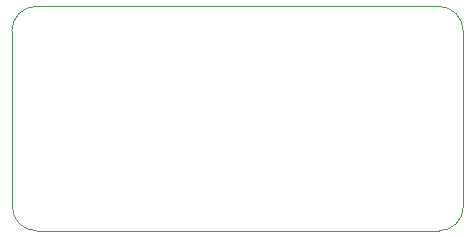
<source format=gbr>
%TF.GenerationSoftware,KiCad,Pcbnew,(6.0.6)*%
%TF.CreationDate,2022-08-14T20:34:25+01:00*%
%TF.ProjectId,FTDI MCU programmer,46544449-204d-4435-9520-70726f677261,REV1.0*%
%TF.SameCoordinates,Original*%
%TF.FileFunction,Profile,NP*%
%FSLAX46Y46*%
G04 Gerber Fmt 4.6, Leading zero omitted, Abs format (unit mm)*
G04 Created by KiCad (PCBNEW (6.0.6)) date 2022-08-14 20:34:25*
%MOMM*%
%LPD*%
G01*
G04 APERTURE LIST*
%TA.AperFunction,Profile*%
%ADD10C,0.100000*%
%TD*%
G04 APERTURE END LIST*
D10*
X124714000Y-51435000D02*
X124739400Y-66319400D01*
X124739400Y-66319400D02*
G75*
G03*
X126796800Y-68376800I2057400J0D01*
G01*
X162915600Y-51435000D02*
G75*
G03*
X160858200Y-49377600I-2057400J0D01*
G01*
X126771400Y-49377600D02*
X160858200Y-49377600D01*
X126796800Y-68376800D02*
X160883600Y-68376800D01*
X162915600Y-51435000D02*
X162941000Y-66319400D01*
X160883600Y-68376800D02*
G75*
G03*
X162941000Y-66319400I0J2057400D01*
G01*
X126771400Y-49377600D02*
G75*
G03*
X124714000Y-51435000I0J-2057400D01*
G01*
M02*

</source>
